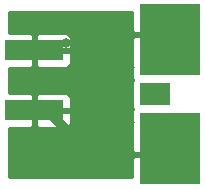
<source format=gbl>
G04 #@! TF.GenerationSoftware,KiCad,Pcbnew,5.0.2-bee76a0~70~ubuntu16.04.1*
G04 #@! TF.CreationDate,2019-12-01T18:07:58-08:00*
G04 #@! TF.ProjectId,psfeedback,70736665-6564-4626-9163-6b2e6b696361,1.0*
G04 #@! TF.SameCoordinates,PX8f25820PY3fcd020*
G04 #@! TF.FileFunction,Copper,L2,Bot*
G04 #@! TF.FilePolarity,Positive*
%FSLAX46Y46*%
G04 Gerber Fmt 4.6, Leading zero omitted, Abs format (unit mm)*
G04 Created by KiCad (PCBNEW 5.0.2-bee76a0~70~ubuntu16.04.1) date Sun 01 Dec 2019 06:07:58 PM PST*
%MOMM*%
%LPD*%
G01*
G04 APERTURE LIST*
G04 #@! TA.AperFunction,SMDPad,CuDef*
%ADD10R,2.540000X1.900000*%
G04 #@! TD*
G04 #@! TA.AperFunction,ComponentPad*
%ADD11C,1.900000*%
G04 #@! TD*
G04 #@! TA.AperFunction,ComponentPad*
%ADD12R,2.540000X5.080000*%
G04 #@! TD*
G04 #@! TA.AperFunction,ComponentPad*
%ADD13R,2.540000X1.900000*%
G04 #@! TD*
G04 #@! TA.AperFunction,SMDPad,CuDef*
%ADD14R,5.000000X1.700000*%
G04 #@! TD*
G04 #@! TA.AperFunction,ViaPad*
%ADD15C,0.800000*%
G04 #@! TD*
G04 #@! TA.AperFunction,Conductor*
%ADD16C,0.850000*%
G04 #@! TD*
G04 #@! TA.AperFunction,Conductor*
%ADD17C,0.254000*%
G04 #@! TD*
G04 APERTURE END LIST*
D10*
G04 #@! TO.P,DB1,2*
G04 #@! TO.N,GNDS*
X15540000Y-5160000D03*
X13000000Y-5160000D03*
X13000000Y-10240000D03*
X15540000Y-10240000D03*
D11*
X15540000Y-5160000D03*
X13000000Y-10240000D03*
X15540000Y-10240000D03*
D12*
X15540000Y-12780000D03*
X13000000Y-12780000D03*
X15540000Y-2620000D03*
X13000000Y-2620000D03*
D11*
X13000000Y-5160000D03*
D13*
G04 #@! TO.P,DB1,1*
G04 #@! TO.N,Net-(DB1-Pad1)*
X13000000Y-7700000D03*
G04 #@! TD*
D14*
G04 #@! TO.P,RF1,2*
G04 #@! TO.N,GNDS*
X2800000Y-3960000D03*
X2800000Y-9040000D03*
G04 #@! TD*
D15*
G04 #@! TO.N,GNDS*
X2800000Y-9040000D03*
X2800000Y-3960000D03*
X5500000Y-3300000D03*
X5500000Y-10700000D03*
G04 #@! TD*
D16*
G04 #@! TO.N,GNDS*
X2800000Y-9040000D02*
X4740000Y-9040000D01*
X3840000Y-9040000D02*
X2800000Y-9040000D01*
X5500000Y-10700000D02*
X3840000Y-9040000D01*
G04 #@! TD*
D17*
G04 #@! TO.N,GNDS*
G36*
X11095000Y-2334250D02*
X11253750Y-2493000D01*
X12873000Y-2493000D01*
X12873000Y-2473000D01*
X13127000Y-2473000D01*
X13127000Y-2493000D01*
X15413000Y-2493000D01*
X15413000Y-2473000D01*
X15667000Y-2473000D01*
X15667000Y-2493000D01*
X15687000Y-2493000D01*
X15687000Y-2747000D01*
X15667000Y-2747000D01*
X15667000Y-2767000D01*
X15413000Y-2767000D01*
X15413000Y-2747000D01*
X13127000Y-2747000D01*
X13127000Y-2767000D01*
X12873000Y-2767000D01*
X12873000Y-2747000D01*
X11253750Y-2747000D01*
X11095000Y-2905750D01*
X11095000Y-5287002D01*
X11095287Y-5287002D01*
X11141699Y-5399051D01*
X11095000Y-5445750D01*
X11095000Y-6236309D01*
X11177097Y-6434508D01*
X11131843Y-6502235D01*
X11082560Y-6750000D01*
X11082560Y-8650000D01*
X11131843Y-8897765D01*
X11177097Y-8965492D01*
X11095000Y-9163691D01*
X11095000Y-9954250D01*
X11141699Y-10000949D01*
X11095287Y-10112998D01*
X11095000Y-10112998D01*
X11095000Y-12494250D01*
X11253750Y-12653000D01*
X12873000Y-12653000D01*
X12873000Y-12633000D01*
X13127000Y-12633000D01*
X13127000Y-12653000D01*
X15413000Y-12653000D01*
X15413000Y-12633000D01*
X15667000Y-12633000D01*
X15667000Y-12653000D01*
X15687000Y-12653000D01*
X15687000Y-12907000D01*
X15667000Y-12907000D01*
X15667000Y-12927000D01*
X15413000Y-12927000D01*
X15413000Y-12907000D01*
X13127000Y-12907000D01*
X13127000Y-12927000D01*
X12873000Y-12927000D01*
X12873000Y-12907000D01*
X11253750Y-12907000D01*
X11095000Y-13065750D01*
X11095000Y-14715000D01*
X685000Y-14715000D01*
X685000Y-10525000D01*
X2514250Y-10525000D01*
X2673000Y-10366250D01*
X2673000Y-9167000D01*
X2927000Y-9167000D01*
X2927000Y-10366250D01*
X3085750Y-10525000D01*
X5426310Y-10525000D01*
X5659699Y-10428327D01*
X5838327Y-10249698D01*
X5935000Y-10016309D01*
X5935000Y-9325750D01*
X5776250Y-9167000D01*
X2927000Y-9167000D01*
X2673000Y-9167000D01*
X2653000Y-9167000D01*
X2653000Y-8913000D01*
X2673000Y-8913000D01*
X2673000Y-7713750D01*
X2927000Y-7713750D01*
X2927000Y-8913000D01*
X5776250Y-8913000D01*
X5935000Y-8754250D01*
X5935000Y-8063691D01*
X5838327Y-7830302D01*
X5659699Y-7651673D01*
X5426310Y-7555000D01*
X3085750Y-7555000D01*
X2927000Y-7713750D01*
X2673000Y-7713750D01*
X2514250Y-7555000D01*
X685000Y-7555000D01*
X685000Y-5445000D01*
X2514250Y-5445000D01*
X2673000Y-5286250D01*
X2673000Y-4087000D01*
X2927000Y-4087000D01*
X2927000Y-5286250D01*
X3085750Y-5445000D01*
X5426310Y-5445000D01*
X5659699Y-5348327D01*
X5838327Y-5169698D01*
X5935000Y-4936309D01*
X5935000Y-4245750D01*
X5776250Y-4087000D01*
X2927000Y-4087000D01*
X2673000Y-4087000D01*
X2653000Y-4087000D01*
X2653000Y-3833000D01*
X2673000Y-3833000D01*
X2673000Y-2633750D01*
X2927000Y-2633750D01*
X2927000Y-3833000D01*
X5776250Y-3833000D01*
X5935000Y-3674250D01*
X5935000Y-2983691D01*
X5838327Y-2750302D01*
X5659699Y-2571673D01*
X5426310Y-2475000D01*
X3085750Y-2475000D01*
X2927000Y-2633750D01*
X2673000Y-2633750D01*
X2514250Y-2475000D01*
X685000Y-2475000D01*
X685000Y-685000D01*
X11095000Y-685000D01*
X11095000Y-2334250D01*
X11095000Y-2334250D01*
G37*
X11095000Y-2334250D02*
X11253750Y-2493000D01*
X12873000Y-2493000D01*
X12873000Y-2473000D01*
X13127000Y-2473000D01*
X13127000Y-2493000D01*
X15413000Y-2493000D01*
X15413000Y-2473000D01*
X15667000Y-2473000D01*
X15667000Y-2493000D01*
X15687000Y-2493000D01*
X15687000Y-2747000D01*
X15667000Y-2747000D01*
X15667000Y-2767000D01*
X15413000Y-2767000D01*
X15413000Y-2747000D01*
X13127000Y-2747000D01*
X13127000Y-2767000D01*
X12873000Y-2767000D01*
X12873000Y-2747000D01*
X11253750Y-2747000D01*
X11095000Y-2905750D01*
X11095000Y-5287002D01*
X11095287Y-5287002D01*
X11141699Y-5399051D01*
X11095000Y-5445750D01*
X11095000Y-6236309D01*
X11177097Y-6434508D01*
X11131843Y-6502235D01*
X11082560Y-6750000D01*
X11082560Y-8650000D01*
X11131843Y-8897765D01*
X11177097Y-8965492D01*
X11095000Y-9163691D01*
X11095000Y-9954250D01*
X11141699Y-10000949D01*
X11095287Y-10112998D01*
X11095000Y-10112998D01*
X11095000Y-12494250D01*
X11253750Y-12653000D01*
X12873000Y-12653000D01*
X12873000Y-12633000D01*
X13127000Y-12633000D01*
X13127000Y-12653000D01*
X15413000Y-12653000D01*
X15413000Y-12633000D01*
X15667000Y-12633000D01*
X15667000Y-12653000D01*
X15687000Y-12653000D01*
X15687000Y-12907000D01*
X15667000Y-12907000D01*
X15667000Y-12927000D01*
X15413000Y-12927000D01*
X15413000Y-12907000D01*
X13127000Y-12907000D01*
X13127000Y-12927000D01*
X12873000Y-12927000D01*
X12873000Y-12907000D01*
X11253750Y-12907000D01*
X11095000Y-13065750D01*
X11095000Y-14715000D01*
X685000Y-14715000D01*
X685000Y-10525000D01*
X2514250Y-10525000D01*
X2673000Y-10366250D01*
X2673000Y-9167000D01*
X2927000Y-9167000D01*
X2927000Y-10366250D01*
X3085750Y-10525000D01*
X5426310Y-10525000D01*
X5659699Y-10428327D01*
X5838327Y-10249698D01*
X5935000Y-10016309D01*
X5935000Y-9325750D01*
X5776250Y-9167000D01*
X2927000Y-9167000D01*
X2673000Y-9167000D01*
X2653000Y-9167000D01*
X2653000Y-8913000D01*
X2673000Y-8913000D01*
X2673000Y-7713750D01*
X2927000Y-7713750D01*
X2927000Y-8913000D01*
X5776250Y-8913000D01*
X5935000Y-8754250D01*
X5935000Y-8063691D01*
X5838327Y-7830302D01*
X5659699Y-7651673D01*
X5426310Y-7555000D01*
X3085750Y-7555000D01*
X2927000Y-7713750D01*
X2673000Y-7713750D01*
X2514250Y-7555000D01*
X685000Y-7555000D01*
X685000Y-5445000D01*
X2514250Y-5445000D01*
X2673000Y-5286250D01*
X2673000Y-4087000D01*
X2927000Y-4087000D01*
X2927000Y-5286250D01*
X3085750Y-5445000D01*
X5426310Y-5445000D01*
X5659699Y-5348327D01*
X5838327Y-5169698D01*
X5935000Y-4936309D01*
X5935000Y-4245750D01*
X5776250Y-4087000D01*
X2927000Y-4087000D01*
X2673000Y-4087000D01*
X2653000Y-4087000D01*
X2653000Y-3833000D01*
X2673000Y-3833000D01*
X2673000Y-2633750D01*
X2927000Y-2633750D01*
X2927000Y-3833000D01*
X5776250Y-3833000D01*
X5935000Y-3674250D01*
X5935000Y-2983691D01*
X5838327Y-2750302D01*
X5659699Y-2571673D01*
X5426310Y-2475000D01*
X3085750Y-2475000D01*
X2927000Y-2633750D01*
X2673000Y-2633750D01*
X2514250Y-2475000D01*
X685000Y-2475000D01*
X685000Y-685000D01*
X11095000Y-685000D01*
X11095000Y-2334250D01*
G04 #@! TD*
M02*

</source>
